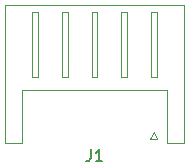
<source format=gto>
%TF.GenerationSoftware,KiCad,Pcbnew,(6.0.11)*%
%TF.CreationDate,2023-04-21T23:53:04+09:00*%
%TF.ProjectId,line_board,6c696e65-5f62-46f6-9172-642e6b696361,rev?*%
%TF.SameCoordinates,Original*%
%TF.FileFunction,Legend,Top*%
%TF.FilePolarity,Positive*%
%FSLAX46Y46*%
G04 Gerber Fmt 4.6, Leading zero omitted, Abs format (unit mm)*
G04 Created by KiCad (PCBNEW (6.0.11)) date 2023-04-21 23:53:04*
%MOMM*%
%LPD*%
G01*
G04 APERTURE LIST*
%ADD10C,0.150000*%
%ADD11C,0.120000*%
G04 APERTURE END LIST*
D10*
%TO.C,J1*%
X172626666Y-85572380D02*
X172626666Y-86286666D01*
X172579047Y-86429523D01*
X172483809Y-86524761D01*
X172340952Y-86572380D01*
X172245714Y-86572380D01*
X173626666Y-86572380D02*
X173055238Y-86572380D01*
X173340952Y-86572380D02*
X173340952Y-85572380D01*
X173245714Y-85715238D01*
X173150476Y-85810476D01*
X173055238Y-85858095D01*
D11*
X179100000Y-80530000D02*
X172960000Y-80530000D01*
X168210000Y-79420000D02*
X168210000Y-73920000D01*
X175710000Y-73920000D02*
X175210000Y-73920000D01*
X180520000Y-73310000D02*
X180520000Y-85030000D01*
X167710000Y-79420000D02*
X168210000Y-79420000D01*
X178210000Y-73920000D02*
X177710000Y-73920000D01*
X175210000Y-73920000D02*
X175210000Y-79420000D01*
X173210000Y-79420000D02*
X173210000Y-73920000D01*
X170710000Y-79420000D02*
X170710000Y-73920000D01*
X175710000Y-79420000D02*
X175710000Y-73920000D01*
X173210000Y-73920000D02*
X172710000Y-73920000D01*
X165400000Y-73310000D02*
X165400000Y-85030000D01*
X166820000Y-85030000D02*
X166820000Y-80530000D01*
X170710000Y-73920000D02*
X170210000Y-73920000D01*
X175210000Y-79420000D02*
X175710000Y-79420000D01*
X172960000Y-73310000D02*
X165400000Y-73310000D01*
X168210000Y-73920000D02*
X167710000Y-73920000D01*
X177960000Y-84120000D02*
X178260000Y-84720000D01*
X170210000Y-73920000D02*
X170210000Y-79420000D01*
X172710000Y-73920000D02*
X172710000Y-79420000D01*
X165400000Y-85030000D02*
X166820000Y-85030000D01*
X178260000Y-84720000D02*
X177660000Y-84720000D01*
X167710000Y-73920000D02*
X167710000Y-79420000D01*
X166820000Y-80530000D02*
X172960000Y-80530000D01*
X177660000Y-84720000D02*
X177960000Y-84120000D01*
X177710000Y-73920000D02*
X177710000Y-79420000D01*
X178210000Y-79420000D02*
X178210000Y-73920000D01*
X177710000Y-79420000D02*
X178210000Y-79420000D01*
X170210000Y-79420000D02*
X170710000Y-79420000D01*
X172960000Y-73310000D02*
X180520000Y-73310000D01*
X179100000Y-85030000D02*
X179100000Y-80530000D01*
X180520000Y-85030000D02*
X179100000Y-85030000D01*
X172710000Y-79420000D02*
X173210000Y-79420000D01*
%TD*%
M02*

</source>
